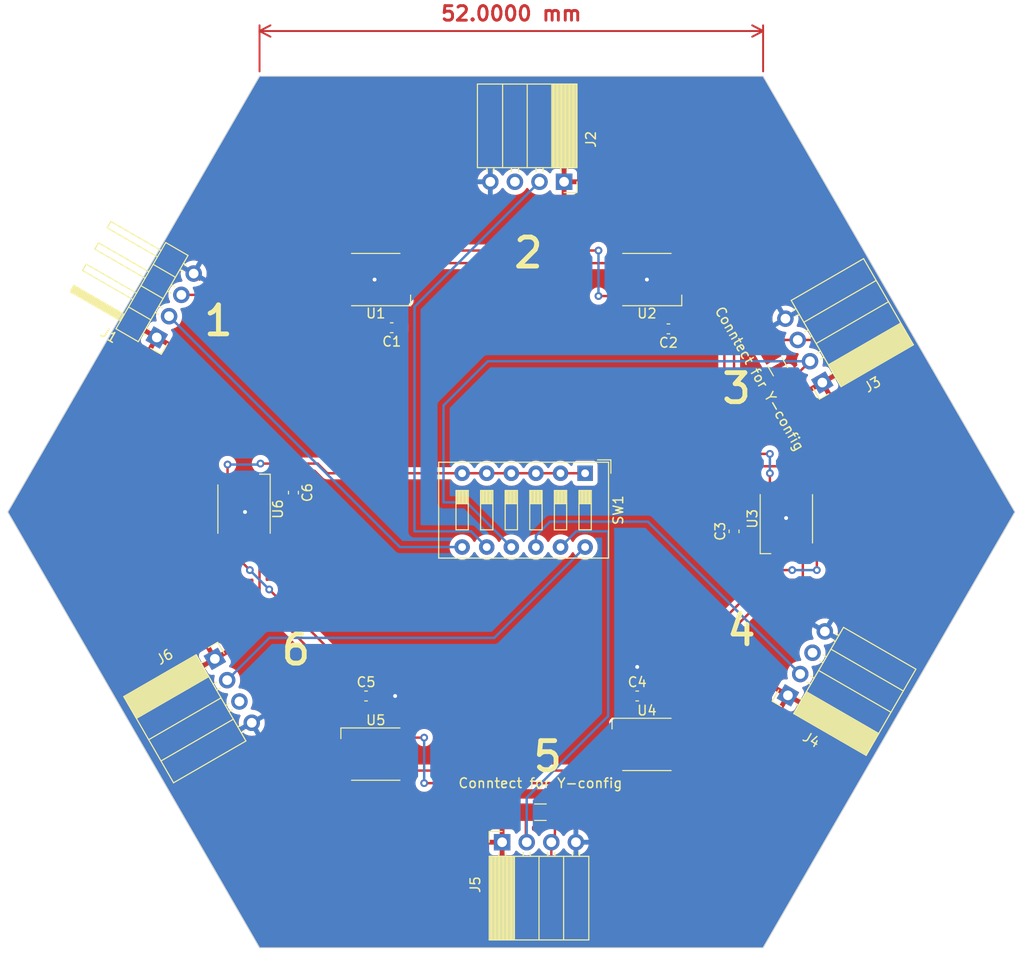
<source format=kicad_pcb>
(kicad_pcb (version 20221018) (generator pcbnew)
  (layers (0 "F.Cu" signal) (31 "B.Cu" signal) (34 "B.Paste" user) (35 "F.Paste" user) (36 "B.SilkS" user "B.Silkscreen") (37 "F.SilkS" user "F.Silkscreen") (38 "B.Mask" user) (39 "F.Mask" user) (44 "Edge.Cuts" user))
  (net 0 "")
  (net 1 "GND")
  (net 2 "+12V")
  (net 3 "Net-(U1-DO)")
  (net 4 "Net-(U1-Vcc)")
  (net 5 "Net-(U2-Vcc)")
  (net 6 "Net-(U3-Vcc)")
  (net 7 "Net-(U4-Vcc)")
  (net 8 "Net-(U5-Vcc)")
  (net 9 "Net-(U6-Vcc)")
  (net 10 "Net-(U2-DO)")
  (net 11 "Net-(U3-DO)")
  (net 12 "Net-(U4-DO)")
  (net 13 "Net-(U5-DO)")
  (net 14 "WS_Output")
  (net 15 "WS_Input")
  (net 16 "Net-(J1-Pin_2)")
  (net 17 "Net-(J2-Pin_2)")
  (net 19 "Net-(J3-Pin_2)")
  (net 20 "Net-(J4-Pin_2)")
  (net 21 "unconnected-(J4-Pin_3-Pad3)")
  (net 22 "Net-(J5-Pin_2)")
  (net 23 "Net-(J6-Pin_2)")
  (footprint "Capacitor_SMD:C_0603_1608Metric" (layer "F.Cu") (at 105.5 74 -90)
    (fp_text reference "C6" (at 0 -1.43 90) (layer "F.SilkS"))
    (fp_text value "100n")
    (pad "1" smd roundrect (at -0.775 0 270) (size 0.9 0.95) (layers "F.Cu" "F.Paste" "F.Mask") (net 9 "Net-(U6-Vcc)"))
    (pad "2" smd roundrect (at 0.775 0 270) (size 0.9 0.95) (layers "F.Cu" "F.Paste" "F.Mask") (net 1 "GND"))
  )
  (footprint "Connector_PinHeader_2.54mm:PinHeader_1x04_P2.54mm_Horizontal" (layer "F.Cu") (at 91.388861 57.978397 150)
    (fp_text reference "J1" (at 4.385 -2.27 150) (layer "F.SilkS"))
    (fp_text value "Conn_01x04")
    (pad "1" thru_hole rect (at 0 0 150) (size 1.7 1.7) (drill 1) (layers "*.Cu" "*.Mask") (net 2 "+12V"))
    (pad "2" thru_hole oval (at 0 2.54 150) (size 1.7 1.7) (drill 1) (layers "*.Cu" "*.Mask") (net 16 "Net-(J1-Pin_2)"))
    (pad "3" thru_hole oval (at 0 5.08 150) (size 1.7 1.7) (drill 1) (layers "*.Cu" "*.Mask") (net 15 "WS_Input"))
    (pad "4" thru_hole oval (at 0 7.62 150) (size 1.7 1.7) (drill 1) (layers "*.Cu" "*.Mask") (net 1 "GND"))
  )
  (footprint "Connector_PinSocket_2.54mm:PinSocket_1x04_P2.54mm_Horizontal" (layer "F.Cu") (at 127.05 110.1 90)
    (fp_text reference "J5" (at -4.38 -2.77 90) (layer "F.SilkS"))
    (fp_text value "Conn_01x04")
    (pad "1" thru_hole rect (at 0 0 90) (size 1.7 1.7) (drill 1) (layers "*.Cu" "*.Mask") (net 2 "+12V"))
    (pad "2" thru_hole oval (at 0 2.54 90) (size 1.7 1.7) (drill 1) (layers "*.Cu" "*.Mask") (net 22 "Net-(J5-Pin_2)"))
    (pad "3" thru_hole oval (at 0 5.08 90) (size 1.7 1.7) (drill 1) (layers "*.Cu" "*.Mask"))
    (pad "4" thru_hole oval (at 0 7.62 90) (size 1.7 1.7) (drill 1) (layers "*.Cu" "*.Mask") (net 1 "GND"))
  )
  (footprint "Resistor_SMD:R_MiniMELF_MMA-0204" (layer "F.Cu") (at 131 107)
    (fp_text reference "Conntect for Y-config" (at 0 -3) (layer "F.SilkS"))
    (fp_text value "R_MiniMELF_MMA-0204" hide)
    (pad "1" smd rect (at -1.5 0) (size 1.5 1.8) (layers "F.Cu" "F.Paste" "F.Mask") (net 22 "Net-(J5-Pin_2)"))
    (pad "2" smd rect (at 1.5 0) (size 1.5 1.8) (layers "F.Cu" "F.Paste" "F.Mask"))
  )
  (footprint "Resistor_SMD:R_MiniMELF_MMA-0204" (layer "F.Cu") (at 155.5 61 120)
    (fp_text reference "Conntect for Y-config" (at -0.133975 -2.232051 120) (layer "F.SilkS"))
    (fp_text value "R_MiniMELF_MMA-0204" hide)
    (pad "1" smd rect (at -1.5 0 120) (size 1.5 1.8) (layers "F.Cu" "F.Paste" "F.Mask") (net 19 "Net-(J3-Pin_2)"))
    (pad "2" smd rect (at 1.5 0 120) (size 1.5 1.8) (layers "F.Cu" "F.Paste" "F.Mask"))
  )
  (footprint "Connector_PinSocket_2.54mm:PinSocket_1x04_P2.54mm_Horizontal" (layer "F.Cu") (at 156.564488 94.934198 150)
    (fp_text reference "J4" (at -4.38 -2.77 150) (layer "F.SilkS"))
    (fp_text value "Conn_01x04")
    (pad "1" thru_hole rect (at 0 0 150) (size 1.7 1.7) (drill 1) (layers "*.Cu" "*.Mask") (net 2 "+12V"))
    (pad "2" thru_hole oval (at 0 2.54 150) (size 1.7 1.7) (drill 1) (layers "*.Cu" "*.Mask") (net 20 "Net-(J4-Pin_2)"))
    (pad "3" thru_hole oval (at 0 5.08 150) (size 1.7 1.7) (drill 1) (layers "*.Cu" "*.Mask"))
    (pad "4" thru_hole oval (at 0 7.62 150) (size 1.7 1.7) (drill 1) (layers "*.Cu" "*.Mask") (net 1 "GND"))
  )
  (footprint "LED_SMD:LED_RGB_5050-6" (layer "F.Cu") (at 114 101)
    (fp_text reference "U5" (at 0 -3.5 180) (layer "F.SilkS"))
    (fp_text value "~")
    (pad "1" smd rect (at -2.4 -1.7 90) (size 1.1 2) (layers "F.Cu" "F.Paste" "F.Mask") (net 8 "Net-(U5-Vcc)"))
    (pad "2" smd rect (at -2.4 0 90) (size 1.1 2) (layers "F.Cu" "F.Paste" "F.Mask") (net 2 "+12V"))
    (pad "3" smd rect (at -2.4 1.7 90) (size 1.1 2) (layers "F.Cu" "F.Paste" "F.Mask") (net 13 "Net-(U5-DO)"))
    (pad "4" smd rect (at 2.4 1.7 90) (size 1.1 2) (layers "F.Cu" "F.Paste" "F.Mask") (net 12 "Net-(U4-DO)"))
    (pad "5" smd rect (at 2.4 0 90) (size 1.1 2) (layers "F.Cu" "F.Paste" "F.Mask") (net 1 "GND"))
    (pad "6" smd rect (at 2.4 -1.7 90) (size 1.1 2) (layers "F.Cu" "F.Paste" "F.Mask") (net 11 "Net-(U3-DO)"))
  )
  (footprint "LED_SMD:LED_RGB_5050-6" (layer "F.Cu") (at 114 52 180)
    (fp_text reference "U1" (at 0 -3.5) (layer "F.SilkS"))
    (fp_text value "~")
    (pad "1" smd rect (at -2.4 -1.7 270) (size 1.1 2) (layers "F.Cu" "F.Paste" "F.Mask") (net 4 "Net-(U1-Vcc)"))
    (pad "2" smd rect (at -2.4 0 270) (size 1.1 2) (layers "F.Cu" "F.Paste" "F.Mask") (net 2 "+12V"))
    (pad "3" smd rect (at -2.4 1.7 270) (size 1.1 2) (layers "F.Cu" "F.Paste" "F.Mask") (net 3 "Net-(U1-DO)"))
    (pad "4" smd rect (at 2.4 1.7 270) (size 1.1 2) (layers "F.Cu" "F.Paste" "F.Mask") (net 15 "WS_Input"))
    (pad "5" smd rect (at 2.4 0 270) (size 1.1 2) (layers "F.Cu" "F.Paste" "F.Mask") (net 1 "GND"))
    (pad "6" smd rect (at 2.4 -1.7 270) (size 1.1 2) (layers "F.Cu" "F.Paste" "F.Mask") (net 1 "GND"))
  )
  (footprint "LED_SMD:LED_RGB_5050-6" (layer "F.Cu") (at 100.4 75.7 -90)
    (fp_text reference "U6" (at 0 -3.5 90) (layer "F.SilkS"))
    (fp_text value "~")
    (pad "1" smd rect (at -2.4 -1.7) (size 1.1 2) (layers "F.Cu" "F.Paste" "F.Mask") (net 9 "Net-(U6-Vcc)"))
    (pad "2" smd rect (at -2.4 0) (size 1.1 2) (layers "F.Cu" "F.Paste" "F.Mask") (net 2 "+12V"))
    (pad "3" smd rect (at -2.4 1.7) (size 1.1 2) (layers "F.Cu" "F.Paste" "F.Mask") (net 14 "WS_Output"))
    (pad "4" smd rect (at 2.4 1.7) (size 1.1 2) (layers "F.Cu" "F.Paste" "F.Mask") (net 13 "Net-(U5-DO)"))
    (pad "5" smd rect (at 2.4 0) (size 1.1 2) (layers "F.Cu" "F.Paste" "F.Mask") (net 1 "GND"))
    (pad "6" smd rect (at 2.4 -1.7) (size 1.1 2) (layers "F.Cu" "F.Paste" "F.Mask") (net 12 "Net-(U4-DO)"))
  )
  (footprint "Capacitor_SMD:C_0603_1608Metric" (layer "F.Cu") (at 115.650053 56.97472 180)
    (fp_text reference "C1" (at 0 -1.43) (layer "F.SilkS"))
    (fp_text value "100n")
    (pad "1" smd roundrect (at -0.775 0 180) (size 0.9 0.95) (layers "F.Cu" "F.Paste" "F.Mask") (net 4 "Net-(U1-Vcc)"))
    (pad "2" smd roundrect (at 0.775 0 180) (size 0.9 0.95) (layers "F.Cu" "F.Paste" "F.Mask") (net 1 "GND"))
  )
  (footprint "Connector_PinSocket_2.54mm:PinSocket_1x04_P2.54mm_Horizontal" (layer "F.Cu") (at 160.114488 62.634198 -150)
    (fp_text reference "J3" (at -4.38 -2.77 30) (layer "F.SilkS"))
    (fp_text value "Conn_01x04")
    (pad "1" thru_hole rect (at 0 0 210) (size 1.7 1.7) (drill 1) (layers "*.Cu" "*.Mask") (net 2 "+12V"))
    (pad "2" thru_hole oval (at 0 2.54 210) (size 1.7 1.7) (drill 1) (layers "*.Cu" "*.Mask") (net 19 "Net-(J3-Pin_2)"))
    (pad "3" thru_hole oval (at 0 5.08 210) (size 1.7 1.7) (drill 1) (layers "*.Cu" "*.Mask"))
    (pad "4" thru_hole oval (at 0 7.62 210) (size 1.7 1.7) (drill 1) (layers "*.Cu" "*.Mask") (net 1 "GND"))
  )
  (footprint "Capacitor_SMD:C_0603_1608Metric" (layer "F.Cu") (at 113 95)
    (fp_text reference "C5" (at 0 -1.43) (layer "F.SilkS"))
    (fp_text value "100n")
    (pad "1" smd roundrect (at -0.775 0) (size 0.9 0.95) (layers "F.Cu" "F.Paste" "F.Mask") (net 8 "Net-(U5-Vcc)"))
    (pad "2" smd roundrect (at 0.775 0) (size 0.9 0.95) (layers "F.Cu" "F.Paste" "F.Mask") (net 1 "GND"))
  )
  (footprint "Button_Switch_THT:SW_DIP_SPSTx06_Slide_9.78x17.42mm_W7.62mm_P2.54mm" (layer "F.Cu") (at 135.62 72 -90)
    (fp_text reference "SW1" (at 3.81 -3.42 90) (layer "F.SilkS"))
    (fp_text value "SW_DIP_x06")
    (pad "1" thru_hole rect (at 0 0 270) (size 1.6 1.6) (drill 0.8) (layers "*.Cu" "*.Mask") (net 14 "WS_Output"))
    (pad "2" thru_hole oval (at 0 2.54 270) (size 1.6 1.6) (drill 0.8) (layers "*.Cu" "*.Mask") (net 14 "WS_Output"))
    (pad "3" thru_hole oval (at 0 5.08 270) (size 1.6 1.6) (drill 0.8) (layers "*.Cu" "*.Mask") (net 14 "WS_Output"))
    (pad "4" thru_hole oval (at 0 7.62 270) (size 1.6 1.6) (drill 0.8) (layers "*.Cu" "*.Mask") (net 14 "WS_Output"))
    (pad "5" thru_hole oval (at 0 10.16 270) (size 1.6 1.6) (drill 0.8) (layers "*.Cu" "*.Mask") (net 14 "WS_Output"))
    (pad "6" thru_hole oval (at 0 12.7 270) (size 1.6 1.6) (drill 0.8) (layers "*.Cu" "*.Mask") (net 14 "WS_Output"))
    (pad "7" thru_hole oval (at 7.62 12.7 270) (size 1.6 1.6) (drill 0.8) (layers "*.Cu" "*.Mask") (net 16 "Net-(J1-Pin_2)"))
    (pad "8" thru_hole oval (at 7.62 10.16 270) (size 1.6 1.6) (drill 0.8) (layers "*.Cu" "*.Mask") (net 17 "Net-(J2-Pin_2)"))
    (pad "9" thru_hole oval (at 7.62 7.62 270) (size 1.6 1.6) (drill 0.8) (layers "*.Cu" "*.Mask") (net 19 "Net-(J3-Pin_2)"))
    (pad "10" thru_hole oval (at 7.62 5.08 270) (size 1.6 1.6) (drill 0.8) (layers "*.Cu" "*.Mask") (net 20 "Net-(J4-Pin_2)"))
    (pad "11" thru_hole oval (at 7.62 2.54 270) (size 1.6 1.6) (drill 0.8) (layers "*.Cu" "*.Mask") (net 22 "Net-(J5-Pin_2)"))
    (pad "12" thru_hole oval (at 7.62 0 270) (size 1.6 1.6) (drill 0.8) (layers "*.Cu" "*.Mask") (net 23 "Net-(J6-Pin_2)"))
  )
  (footprint "Capacitor_SMD:C_0603_1608Metric" (layer "F.Cu") (at 141 95)
    (fp_text reference "C4" (at 0 -1.43) (layer "F.SilkS"))
    (fp_text value "100n")
    (pad "1" smd roundrect (at -0.775 0) (size 0.9 0.95) (layers "F.Cu" "F.Paste" "F.Mask") (net 7 "Net-(U4-Vcc)"))
    (pad "2" smd roundrect (at 0.775 0) (size 0.9 0.95) (layers "F.Cu" "F.Paste" "F.Mask") (net 1 "GND"))
  )
  (footprint "Capacitor_SMD:C_0603_1608Metric" (layer "F.Cu") (at 144.225 57.092394 180)
    (fp_text reference "C2" (at 0 -1.43) (layer "F.SilkS"))
    (fp_text value "100n")
    (pad "1" smd roundrect (at -0.775 0 180) (size 0.9 0.95) (layers "F.Cu" "F.Paste" "F.Mask") (net 5 "Net-(U2-Vcc)"))
    (pad "2" smd roundrect (at 0.775 0 180) (size 0.9 0.95) (layers "F.Cu" "F.Paste" "F.Mask") (net 1 "GND"))
  )
  (footprint "LED_SMD:LED_RGB_5050-6" (layer "F.Cu") (at 156.4 76.7 90)
    (fp_text reference "U3" (at 0 -3.5 90) (layer "F.SilkS"))
    (fp_text value "~")
    (pad "1" smd rect (at -2.4 -1.7 180) (size 1.1 2) (layers "F.Cu" "F.Paste" "F.Mask") (net 6 "Net-(U3-Vcc)"))
    (pad "2" smd rect (at -2.4 0 180) (size 1.1 2) (layers "F.Cu" "F.Paste" "F.Mask") (net 2 "+12V"))
    (pad "3" smd rect (at -2.4 1.7 180) (size 1.1 2) (layers "F.Cu" "F.Paste" "F.Mask") (net 11 "Net-(U3-DO)"))
    (pad "4" smd rect (at 2.4 1.7 180) (size 1.1 2) (layers "F.Cu" "F.Paste" "F.Mask") (net 10 "Net-(U2-DO)"))
    (pad "5" smd rect (at 2.4 0 180) (size 1.1 2) (layers "F.Cu" "F.Paste" "F.Mask") (net 1 "GND"))
    (pad "6" smd rect (at 2.4 -1.7 180) (size 1.1 2) (layers "F.Cu" "F.Paste" "F.Mask") (net 3 "Net-(U1-DO)"))
  )
  (footprint "LED_SMD:LED_RGB_5050-6" (layer "F.Cu") (at 142 52 180)
    (fp_text reference "U2" (at 0 -3.5) (layer "F.SilkS"))
    (fp_text value "~")
    (pad "1" smd rect (at -2.4 -1.7 270) (size 1.1 2) (layers "F.Cu" "F.Paste" "F.Mask") (net 5 "Net-(U2-Vcc)"))
    (pad "2" smd rect (at -2.4 0 270) (size 1.1 2) (layers "F.Cu" "F.Paste" "F.Mask") (net 2 "+12V"))
    (pad "3" smd rect (at -2.4 1.7 270) (size 1.1 2) (layers "F.Cu" "F.Paste" "F.Mask") (net 10 "Net-(U2-DO)"))
    (pad "4" smd rect (at 2.4 1.7 270) (size 1.1 2) (layers "F.Cu" "F.Paste" "F.Mask") (net 3 "Net-(U1-DO)"))
    (pad "5" smd rect (at 2.4 0 270) (size 1.1 2) (layers "F.Cu" "F.Paste" "F.Mask") (net 1 "GND"))
    (pad "6" smd rect (at 2.4 -1.7 270) (size 1.1 2) (layers "F.Cu" "F.Paste" "F.Mask") (net 15 "WS_Input"))
  )
  (footprint "Connector_PinSocket_2.54mm:PinSocket_1x04_P2.54mm_Horizontal" (layer "F.Cu") (at 133.45 41.9 -90)
    (fp_text reference "J2" (at -4.38 -2.77 90) (layer "F.SilkS"))
    (fp_text value "Conn_01x04")
    (pad "1" thru_hole rect (at 0 0 270) (size 1.7 1.7) (drill 1) (layers "*.Cu" "*.Mask") (net 2 "+12V"))
    (pad "2" thru_hole oval (at 0 2.54 270) (size 1.7 1.7) (drill 1) (layers "*.Cu" "*.Mask") (net 17 "Net-(J2-Pin_2)"))
    (pad "3" thru_hole oval (at 0 5.08 270) (size 1.7 1.7) (drill 1) (layers "*.Cu" "*.Mask"))
    (pad "4" thru_hole oval (at 0 7.62 270) (size 1.7 1.7) (drill 1) (layers "*.Cu" "*.Mask") (net 1 "GND"))
  )
  (footprint "Capacitor_SMD:C_0603_1608Metric" (layer "F.Cu") (at 151 78 90)
    (fp_text reference "C3" (at 0 -1.43 90) (layer "F.SilkS"))
    (fp_text value "100n")
    (pad "1" smd roundrect (at -0.775 0 90) (size 0.9 0.95) (layers "F.Cu" "F.Paste" "F.Mask") (net 6 "Net-(U3-Vcc)"))
    (pad "2" smd roundrect (at 0.775 0 90) (size 0.9 0.95) (layers "F.Cu" "F.Paste" "F.Mask") (net 1 "GND"))
  )
  (footprint "Connector_PinSocket_2.54mm:PinSocket_1x04_P2.54mm_Horizontal" (layer "F.Cu") (at 97.385512 91.165802 30)
    (fp_text reference "J6" (at -4.38 -2.77 30) (layer "F.SilkS"))
    (fp_text value "Conn_01x04")
    (pad "1" thru_hole rect (at 0 0 30) (size 1.7 1.7) (drill 1) (layers "*.Cu" "*.Mask") (net 2 "+12V"))
    (pad "2" thru_hole oval (at 0 2.54 30) (size 1.7 1.7) (drill 1) (layers "*.Cu" "*.Mask") (net 23 "Net-(J6-Pin_2)"))
    (pad "3" thru_hole oval (at 0 5.08 30) (size 1.7 1.7) (drill 1) (layers "*.Cu" "*.Mask"))
    (pad "4" thru_hole oval (at 0 7.62 30) (size 1.7 1.7) (drill 1) (layers "*.Cu" "*.Mask") (net 1 "GND"))
  )
  (footprint "LED_SMD:LED_RGB_5050-6" (layer "F.Cu") (at 142 100)
    (fp_text reference "U4" (at 0 -3.5) (layer "F.SilkS"))
    (fp_text value "~")
    (pad "1" smd rect (at -2.4 -1.7 90) (size 1.1 2) (layers "F.Cu" "F.Paste" "F.Mask") (net 7 "Net-(U4-Vcc)"))
    (pad "2" smd rect (at -2.4 0 90) (size 1.1 2) (layers "F.Cu" "F.Paste" "F.Mask") (net 2 "+12V"))
    (pad "3" smd rect (at -2.4 1.7 90) (size 1.1 2) (layers "F.Cu" "F.Paste" "F.Mask") (net 12 "Net-(U4-DO)"))
    (pad "4" smd rect (at 2.4 1.7 90) (size 1.1 2) (layers "F.Cu" "F.Paste" "F.Mask") (net 11 "Net-(U3-DO)"))
    (pad "5" smd rect (at 2.4 0 90) (size 1.1 2) (layers "F.Cu" "F.Paste" "F.Mask") (net 1 "GND"))
    (pad "6" smd rect (at 2.4 -1.7 90) (size 1.1 2) (layers "F.Cu" "F.Paste" "F.Mask") (net 10 "Net-(U2-DO)"))
  )
  (gr_poly (pts (xy 102 31) (xy 154 31) (xy 180 76) (xy 154 121) (xy 102 121) (xy 76 76)) (stroke (width 0.1)) (fill none) (layer "Edge.Cuts"))
  (gr_text "6" (at 104 92) (layer "F.SilkS") (effects (font (size 3 3) (thickness 0.5) bold) (justify left bottom)))
  (gr_text "3" (at 149.5 65) (layer "F.SilkS") (effects (font (size 3 3) (thickness 0.5) bold) (justify left bottom)))
  (gr_text "4" (at 150 90) (layer "F.SilkS") (effects (font (size 3 3) (thickness 0.5) bold) (justify left bottom)))
  (gr_text "2" (at 128 51) (layer "F.SilkS") (effects (font (size 3 3) (thickness 0.5) bold) (justify left bottom)))
  (gr_text "1" (at 96 58) (layer "F.SilkS") (effects (font (size 3 3) (thickness 0.5) bold) (justify left bottom)))
  (gr_text "5" (at 130 103) (layer "F.SilkS") (effects (font (size 3 3) (thickness 0.5) bold) (justify left bottom)))
  (dimension (type aligned) (layer "F.Cu") (pts (xy 102 31) (xy 154 31)) (height -4.665831) (gr_text "52.0000 mm" (at 128 24.534169) (layer "F.Cu") (effects (font (size 1.5 1.5) (thickness 0.3)))) (format (prefix "") (suffix "") (units 3) (units_format 1) (precision 4)) (style (thickness 0.2) (arrow_length 1.27) (text_position_mode 0) (extension_height 0.58642) (extension_offset 0.5) keep_text_aligned))
  (segment (start 164.5 63.5) (end 171 70) (width 0.25) (layer "F.Cu") (net 0))
  (segment (start 159.265211 58.234789) (end 157.574488 58.234789) (width 0.25) (layer "F.Cu") (net 0))
  (segment (start 132.5 109.73) (end 132.13 110.1) (width 0.25) (layer "F.Cu") (net 0))
  (segment (start 160.5 57) (end 164 57) (width 0.25) (layer "F.Cu") (net 0))
  (segment (start 152 114.5) (end 151.5 115) (width 0.25) (layer "F.Cu") (net 0))
  (segment (start 132.13 114.63) (end 132.13 110.1) (width 0.25) (layer "F.Cu") (net 0))
  (segment (start 164.5 57.5) (end 164.5 63.5) (width 0.25) (layer "F.Cu") (net 0))
  (segment (start 160.5 57) (end 159.265211 58.234789) (width 0.25) (layer "F.Cu") (net 0))
  (segment (start 152 105.5) (end 152 114.5) (width 0.25) (layer "F.Cu") (net 0))
  (segment (start 171 70) (end 171 83) (width 0.25) (layer "F.Cu") (net 0))
  (segment (start 162 95.5) (end 152 105.5) (width 0.25) (layer "F.Cu") (net 0))
  (segment (start 171 83) (end 162 92) (width 0.25) (layer "F.Cu") (net 0))
  (segment (start 157.574488 58.234789) (end 156.216173 58.234789) (width 0.25) (layer "F.Cu") (net 0))
  (segment (start 156.216173 58.234789) (end 154.75 59.700962) (width 0.25) (layer "F.Cu") (net 0))
  (segment (start 132.5 115) (end 132.13 114.63) (width 0.25) (layer "F.Cu") (net 0))
  (segment (start 162 92) (end 162 95.5) (width 0.25) (layer "F.Cu") (net 0))
  (segment (start 164 57) (end 164.5 57.5) (width 0.25) (layer "F.Cu") (net 0))
  (segment (start 132.5 107) (end 132.5 109.73) (width 0.25) (layer "F.Cu") (net 0))
  (segment (start 151.5 115) (end 132.5 115) (width 0.25) (layer "F.Cu") (net 0))
  (segment (start 100.5 76) (end 105 76) (width 0.25) (layer "F.Cu") (net 1))
  (segment (start 116 95) (end 113.775 95) (width 0.25) (layer "F.Cu") (net 1))
  (segment (start 139.6 52) (end 142 52) (width 0.25) (layer "F.Cu") (net 1))
  (segment (start 116.4 101) (end 115 101) (width 0.25) (layer "F.Cu") (net 1))
  (segment (start 156.4 76.6) (end 156.375 76.625) (width 0.25) (layer "F.Cu") (net 1))
  (segment (start 141.775 95) (end 141.775 92.775) (width 0.25) (layer "F.Cu") (net 1))
  (segment (start 141 92) (end 141.775 92.775) (width 0.25) (layer "F.Cu") (net 1))
  (segment (start 156.4 74.3) (end 156.4 76.6) (width 0.25) (layer "F.Cu") (net 1))
  (segment (start 144.4 100) (end 143 100) (width 0.25) (layer "F.Cu") (net 1))
  (segment (start 115 101) (end 113.775 99.775) (width 0.25) (layer "F.Cu") (net 1))
  (segment (start 142.092394 57.092394) (end 142 57) (width 0.25) (layer "F.Cu") (net 1))
  (segment (start 141.775 98.775) (end 141.775 95) (width 0.25) (layer "F.Cu") (net 1))
  (segment (start 114.875053 56.97472) (end 113.949824 56.97472) (width 0.25) (layer "F.Cu") (net 1))
  (segment (start 113.879683 53.678072) (end 113.879683 56.904579) (width 0.25) (layer "F.Cu") (net 1))
  (segment (start 156.375 76.625) (end 155.775 77.225) (width 0.25) (layer "F.Cu") (net 1))
  (segment (start 105.5 75.5) (end 105.5 74.775) (width 0.25) (layer "F.Cu") (net 1))
  (segment (start 105 76) (end 105.5 75.5) (width 0.25) (layer "F.Cu") (net 1))
  (segment (start 113.879683 52) (end 113.879683 53.678072) (width 0.25) (layer "F.Cu") (net 1))
  (segment (start 100.4 76.1) (end 100.5 76) (width 0.25) (layer "F.Cu") (net 1))
  (segment (start 143.45 57.092394) (end 142.092394 57.092394) (width 0.25) (layer "F.Cu") (net 1))
  (segment (start 111.6 52) (end 113.879683 52) (width 0.25) (layer "F.Cu") (net 1))
  (segment (start 155.775 77.225) (end 151 77.225) (width 0.25) (layer "F.Cu") (net 1))
  (segment (start 142 52) (end 142 57) (width 0.25) (layer "F.Cu") (net 1))
  (segment (start 100.4 78.1) (end 100.4 76.1) (width 0.25) (layer "F.Cu") (net 1))
  (segment (start 113.949824 56.97472) (end 113.879683 56.904579) (width 0.25) (layer "F.Cu") (net 1))
  (segment (start 113.857755 53.7) (end 113.879683 53.678072) (width 0.25) (layer "F.Cu") (net 1))
  (segment (start 113.775 99.775) (end 113.775 95) (width 0.25) (layer "F.Cu") (net 1))
  (segment (start 111.6 53.7) (end 113.857755 53.7) (width 0.25) (layer "F.Cu") (net 1))
  (segment (start 143 100) (end 141.775 98.775) (width 0.25) (layer "F.Cu") (net 1))
  (segment (start 95.819578 52) (end 95.198861 51.379283) (width 0.25) (layer "F.Cu") (net 1))
  (via (at 100.5 76) (size 0.8) (drill 0.4) (layers "F.Cu" "B.Cu") (net 1))
  (via (at 156.375 76.625) (size 0.8) (drill 0.4) (layers "F.Cu" "B.Cu") (net 1))
  (via (at 113.879683 52) (size 0.8) (drill 0.4) (layers "F.Cu" "B.Cu") (net 1))
  (via (at 141 92) (size 0.8) (drill 0.4) (layers "F.Cu" "B.Cu") (net 1))
  (via (at 142 52) (size 0.8) (drill 0.4) (layers "F.Cu" "B.Cu") (net 1))
  (via (at 116 95) (size 0.8) (drill 0.4) (layers "F.Cu" "B.Cu") (net 1))
  (segment (start 130 64) (end 141 64) (width 0.25) (layer "F.Cu") (net 2))
  (segment (start 139.6 100) (end 137 100) (width 0.25) (layer "F.Cu") (net 2))
  (segment (start 110 93) (end 115 88) (width 0.25) (layer "F.Cu") (net 2))
  (segment (start 141 81) (end 141 64) (width 0.25) (layer "F.Cu") (net 2))
  (segment (start 141 83) (end 141 81) (width 0.25) (layer "F.Cu") (net 2))
  (segment (start 103 67) (end 127 67) (width 0.25) (layer "F.Cu") (net 2))
  (segment (start 136 99) (end 136 88) (width 0.25) (layer "F.Cu") (net 2))
  (segment (start 149 63) (end 149 56) (width 0.25) (layer "F.Cu") (net 2))
  (segment (start 145 52) (end 144.4 52) (width 0.25) (layer "F.Cu") (net 2))
  (segment (start 156 81) (end 141 81) (width 0.25) (layer "F.Cu") (net 2))
  (segment (start 111.6 101) (end 111 101) (width 0.25) (layer "F.Cu") (net 2))
  (segment (start 110 100) (end 110 93) (width 0.25) (layer "F.Cu") (net 2))
  (segment (start 148 64) (end 149 63) (width 0.25) (layer "F.Cu") (net 2))
  (segment (start 111 101) (end 110 100) (width 0.25) (layer "F.Cu") (net 2))
  (segment (start 156.4 80.6) (end 156 81) (width 0.25) (layer "F.Cu") (net 2))
  (segment (start 116.4 52) (end 118 52) (width 0.25) (layer "F.Cu") (net 2))
  (segment (start 115 88) (end 136 88) (width 0.25) (layer "F.Cu") (net 2))
  (segment (start 149 56) (end 145 52) (width 0.25) (layer "F.Cu") (net 2))
  (segment (start 156.4 79.1) (end 156.4 80.6) (width 0.25) (layer "F.Cu") (net 2))
  (segment (start 137 100) (end 136 99) (width 0.25) (layer "F.Cu") (net 2))
  (segment (start 100.4 69.6) (end 103 67) (width 0.25) (layer "F.Cu") (net 2))
  (segment (start 141 64) (end 148 64) (width 0.25) (layer "F.Cu") (net 2))
  (segment (start 136 88) (end 141 83) (width 0.25) (layer "F.Cu") (net 2))
  (segment (start 127 67) (end 130 64) (width 0.25) (layer "F.Cu") (net 2))
  (segment (start 100.4 73.3) (end 100.4 69.6) (width 0.25) (layer "F.Cu") (net 2))
  (segment (start 118 52) (end 130 64) (width 0.25) (layer "F.Cu") (net 2))
  (segment (start 154.7 70) (end 152 70) (width 0.25) (layer "F.Cu") (net 3))
  (segment (start 151 69) (end 151 54.7) (width 0.25) (layer "F.Cu") (net 3))
  (segment (start 140.9 49) (end 144 49) (width 0.25) (layer "F.Cu") (net 3))
  (segment (start 116.4 50.3) (end 139.6 50.3) (width 0.25) (layer "F.Cu") (net 3))
  (segment (start 151 54.7) (end 150.15 53.85) (width 0.25) (layer "F.Cu") (net 3))
  (segment (start 154.7 74.3) (end 154.7 72) (width 0.25) (layer "F.Cu") (net 3))
  (segment (start 139.6 50.3) (end 140.9 49) (width 0.25) (layer "F.Cu") (net 3))
  (segment (start 144 49) (end 145.3 49) (width 0.25) (layer "F.Cu") (net 3))
  (segment (start 145.3 49) (end 150.15 53.85) (width 0.25) (layer "F.Cu") (net 3))
  (segment (start 152 70) (end 151 69) (width 0.25) (layer "F.Cu") (net 3))
  (via (at 154.7 70) (size 0.8) (drill 0.4) (layers "F.Cu" "B.Cu") (net 3))
  (via (at 154.7 72) (size 0.8) (drill 0.4) (layers "F.Cu" "B.Cu") (net 3))
  (segment (start 154.7 72) (end 154.7 70) (width 0.25) (layer "B.Cu") (net 3))
  (segment (start 116.4 56.949667) (end 116.425053 56.97472) (width 0.25) (layer "F.Cu") (net 4))
  (segment (start 116.4 53.7) (end 116.4 56.949667) (width 0.25) (layer "F.Cu") (net 4))
  (segment (start 145 57.092394) (end 145 54.3) (width 0.25) (layer "F.Cu") (net 5))
  (segment (start 145 54.3) (end 144.4 53.7) (width 0.25) (layer "F.Cu") (net 5))
  (segment (start 151 78.775) (end 154.375 78.775) (width 0.25) (layer "F.Cu") (net 6))
  (segment (start 154.375 78.775) (end 154.7 79.1) (width 0.25) (layer "F.Cu") (net 6))
  (segment (start 140.225 95) (end 140.225 97.675) (width 0.25) (layer "F.Cu") (net 7))
  (segment (start 140.225 97.675) (end 139.6 98.3) (width 0.25) (layer "F.Cu") (net 7))
  (segment (start 140.225 95) (end 140 95) (width 0.25) (layer "F.Cu") (net 7))
  (segment (start 112.225 95) (end 112.225 98.675) (width 0.25) (layer "F.Cu") (net 8))
  (segment (start 112.225 98.675) (end 111.6 99.3) (width 0.25) (layer "F.Cu") (net 8))
  (segment (start 105.5 73.225) (end 102.175 73.225) (width 0.25) (layer "F.Cu") (net 9))
  (segment (start 102.175 73.225) (end 102.1 73.3) (width 0.25) (layer "F.Cu") (net 9))
  (segment (start 159.55 82) (end 159.55 75.75) (width 0.25) (layer "F.Cu") (net 10))
  (segment (start 159.55 75.75) (end 158.1 74.3) (width 0.25) (layer "F.Cu") (net 10))
  (segment (start 144.7 98.3) (end 144.4 98.3) (width 0.25) (layer "F.Cu") (net 10))
  (segment (start 157.375 71.275) (end 158.1 72) (width 0.25) (layer "F.Cu") (net 10))
  (segment (start 150 55.45) (end 150 70) (width 0.25) (layer "F.Cu") (net 10))
  (segment (start 144.4 92.6) (end 144.4 98.3) (width 0.25) (layer "F.Cu") (net 10))
  (segment (start 144.85 50.3) (end 150 55.45) (width 0.25) (layer "F.Cu") (net 10))
  (segment (start 155 82) (end 144.4 92.6) (width 0.25) (layer "F.Cu") (net 10))
  (segment (start 158.1 72) (end 158.1 74.3) (width 0.25) (layer "F.Cu") (net 10))
  (segment (start 151.275 71.275) (end 157.375 71.275) (width 0.25) (layer "F.Cu") (net 10))
  (segment (start 144.4 50.3) (end 144.85 50.3) (width 0.25) (layer "F.Cu") (net 10))
  (segment (start 150 70) (end 151.275 71.275) (width 0.25) (layer "F.Cu") (net 10))
  (segment (start 157 82) (end 155 82) (width 0.25) (layer "F.Cu") (net 10))
  (via (at 157 82) (size 0.8) (drill 0.4) (layers "F.Cu" "B.Cu") (net 10))
  (via (at 159.55 82) (size 0.8) (drill 0.4) (layers "F.Cu" "B.Cu") (net 10))
  (segment (start 157 82) (end 159.55 82) (width 0.25) (layer "B.Cu") (net 10))
  (segment (start 147 99.55) (end 147 92) (width 0.25) (layer "F.Cu") (net 11))
  (segment (start 147 92) (end 156 83) (width 0.25) (layer "F.Cu") (net 11))
  (segment (start 144.85 101.7) (end 147 99.55) (width 0.25) (layer "F.Cu") (net 11))
  (segment (start 144.4 101.7) (end 144.85 101.7) (width 0.25) (layer "F.Cu") (net 11))
  (segment (start 158.1 83) (end 158.1 79.1) (width 0.25) (layer "F.Cu") (net 11))
  (segment (start 156 83) (end 158.1 83) (width 0.25) (layer "F.Cu") (net 11))
  (segment (start 144.4 103.6) (end 144.4 101.7) (width 0.25) (layer "F.Cu") (net 11))
  (segment (start 119 104) (end 144 104) (width 0.25) (layer "F.Cu") (net 11))
  (segment (start 144 104) (end 144.4 103.6) (width 0.25) (layer "F.Cu") (net 11))
  (segment (start 119 99.3) (end 116.4 99.3) (width 0.25) (layer "F.Cu") (net 11))
  (via (at 119 99.3) (size 0.8) (drill 0.4) (layers "F.Cu" "B.Cu") (net 11))
  (via (at 119 104) (size 0.8) (drill 0.4) (layers "F.Cu" "B.Cu") (net 11))
  (segment (start 119 99.3) (end 119 104) (width 0.25) (layer "B.Cu") (net 11))
  (segment (start 102 85) (end 102 84) (width 0.25) (layer "F.Cu") (net 12))
  (segment (start 139.6 101.7) (end 138.6 102.7) (width 0.25) (layer "F.Cu") (net 12))
  (segment (start 108 91) (end 102 85) (width 0.25) (layer "F.Cu") (net 12))
  (segment (start 102 84) (end 102 78.2) (width 0.25) (layer "F.Cu") (net 12))
  (segment (start 116.4 104) (end 116.4 102.7) (width 0.25) (layer "F.Cu") (net 12))
  (segment (start 102 78.2) (end 102.1 78.1) (width 0.25) (layer "F.Cu") (net 12))
  (segment (start 108 102) (end 108 91) (width 0.25) (layer "F.Cu") (net 12))
  (segment (start 110 104) (end 108 102) (width 0.25) (layer "F.Cu") (net 12))
  (segment (start 138.6 102.7) (end 116.4 102.7) (width 0.25) (layer "F.Cu") (net 12))
  (segment (start 116.4 104) (end 110 104) (width 0.25) (layer "F.Cu") (net 12))
  (segment (start 111.6 102.7) (end 111.15 102.7) (width 0.25) (layer "F.Cu") (net 13))
  (segment (start 111.15 102.7) (end 109 100.55) (width 0.25) (layer "F.Cu") (net 13))
  (segment (start 109 90) (end 103 84) (width 0.25) (layer "F.Cu") (net 13))
  (segment (start 98.7 79.7) (end 98.7 78.1) (width 0.25) (layer "F.Cu") (net 13))
  (segment (start 109 100.55) (end 109 90) (width 0.25) (layer "F.Cu") (net 13))
  (segment (start 101 82) (end 98.7 79.7) (width 0.25) (layer "F.Cu") (net 13))
  (via (at 101 82) (size 0.8) (drill 0.4) (layers "F.Cu" "B.Cu") (net 13))
  (via (at 103 84) (size 0.8) (drill 0.4) (layers "F.Cu" "B.Cu") (net 13))
  (segment (start 101 82) (end 103 84) (width 0.25) (layer "B.Cu") (net 13))
  (segment (start 102.1 71) (end 108 71) (width 0.25) (layer "F.Cu") (net 14))
  (segment (start 98.7 71.1) (end 98.7 73.3) (width 0.25) (layer "F.Cu") (net 14))
  (segment (start 98.7 71) (end 98.7 71.1) (width 0.25) (layer "F.Cu") (net 14))
  (segment (start 109 72) (end 108 71) (width 0.25) (layer "F.Cu") (net 14))
  (segment (start 135.62 72) (end 109 72) (width 0.25) (layer "F.Cu") (net 14))
  (via (at 102.1 71) (size 0.8) (drill 0.4) (layers "F.Cu" "B.Cu") (net 14))
  (via (at 98.7 71.1) (size 0.8) (drill 0.4) (layers "F.Cu" "B.Cu") (net 14))
  (segment (start 98.7 71.1) (end 102 71.1) (width 0.25) (layer "B.Cu") (net 14))
  (segment (start 102 71.1) (end 102.1 71) (width 0.25) (layer "B.Cu") (net 14))
  (segment (start 137 53.7) (end 139.6 53.7) (width 0.25) (layer "F.Cu") (net 15))
  (segment (start 137 49) (end 112.9 49) (width 0.25) (layer "F.Cu") (net 15))
  (segment (start 105.5 50.3) (end 111.6 50.3) (width 0.25) (layer "F.Cu") (net 15))
  (segment (start 112.9 49) (end 111.6 50.3) (width 0.25) (layer "F.Cu") (net 15))
  (segment (start 102.221012 53.578988) (end 105.5 50.3) (width 0.25) (layer "F.Cu") (net 15))
  (segment (start 93.928861 53.578988) (end 102.221012 53.578988) (width 0.25) (layer "F.Cu") (net 15))
  (via (at 137 49) (size 0.8) (drill 0.4) (layers "F.Cu" "B.Cu") (net 15))
  (via (at 137 53.7) (size 0.8) (drill 0.4) (layers "F.Cu" "B.Cu") (net 15))
  (segment (start 137 49) (end 137 53.7) (width 0.25) (layer "B.Cu") (net 15))
  (segment (start 122.92 79.62) (end 116.500169 79.62) (width 0.25) (layer "B.Cu") (net 16))
  (segment (start 116.500169 79.62) (end 92.658861 55.778692) (width 0.25) (layer "B.Cu") (net 16))
  (segment (start 118 54.81) (end 130.91 41.9) (width 0.25) (layer "B.Cu") (net 17))
  (segment (start 123.84 78) (end 118 78) (width 0.25) (layer "B.Cu") (net 17))
  (segment (start 118 78) (end 118 54.81) (width 0.25) (layer "B.Cu") (net 17))
  (segment (start 125.46 79.62) (end 123.84 78) (width 0.25) (layer "B.Cu") (net 17))
  (segment (start 158.844488 60.434493) (end 156.979943 62.299038) (width 0.25) (layer "F.Cu") (net 19))
  (segment (start 156.979943 62.299038) (end 156.25 62.299038) (width 0.25) (layer "F.Cu") (net 19))
  (segment (start 125.565507 60.434493) (end 124 62) (width 0.25) (layer "B.Cu") (net 19))
  (segment (start 128 79.62) (end 123.38 75) (width 0.25) (layer "B.Cu") (net 19))
  (segment (start 121 65) (end 124 62) (width 0.25) (layer "B.Cu") (net 19))
  (segment (start 121 75) (end 121 65) (width 0.25) (layer "B.Cu") (net 19))
  (segment (start 123.38 75) (end 121 75) (width 0.25) (layer "B.Cu") (net 19))
  (segment (start 158.844488 60.434493) (end 125.565507 60.434493) (width 0.25) (layer "B.Cu") (net 19))
  (segment (start 142.099995 77) (end 157.834488 92.734493) (width 0.25) (layer "B.Cu") (net 20))
  (segment (start 130.54 78.46) (end 132 77) (width 0.25) (layer "B.Cu") (net 20))
  (segment (start 132 77) (end 142.099995 77) (width 0.25) (layer "B.Cu") (net 20))
  (segment (start 130.54 79.62) (end 130.54 78.46) (width 0.25) (layer "B.Cu") (net 20))
  (segment (start 158.583827 90.534789) (end 159.104488 90.534789) (width 0.25) (layer "F.Cu") (net 21))
  (segment (start 129.5 110.01) (end 129.59 110.1) (width 0.25) (layer "F.Cu") (net 22))
  (segment (start 129.5 107) (end 129.5 110.01) (width 0.25) (layer "F.Cu") (net 22))
  (segment (start 129.59 105.49) (end 129.59 110.1) (width 0.25) (layer "B.Cu") (net 22))
  (segment (start 134.7 78) (end 138 78) (width 0.25) (layer "B.Cu") (net 22))
  (segment (start 138 97.08) (end 129.59 105.49) (width 0.25) (layer "B.Cu") (net 22))
  (segment (start 138 78) (end 138 97.08) (width 0.25) (layer "B.Cu") (net 22))
  (segment (start 133.08 79.62) (end 134.7 78) (width 0.25) (layer "B.Cu") (net 22))
  (segment (start 103 89) (end 126.24 89) (width 0.25) (layer "B.Cu") (net 23))
  (segment (start 98.655512 93.365507) (end 103 89.021019) (width 0.25) (layer "B.Cu") (net 23))
  (segment (start 103 89.021019) (end 103 89) (width 0.25) (layer "B.Cu") (net 23))
  (segment (start 126.24 89) (end 135.62 79.62) (width 0.25) (layer "B.Cu") (net 23))
  (zone (net 2) (net_name "+12V") (layer "F.Cu") (priority 1) (connect_pads (clearance 0.5)) (min_thickness 0.25) (fill yes (thermal_gap 0.5) (thermal_bridge_width 0.5))
    (polygon (pts (xy 102 31) (xy 154 31) (xy 180 76) (xy 154 121) (xy 102 121) (xy 76 76)))
  )
  (zone (net 1) (net_name "GND") (layer "B.Cu") (connect_pads (clearance 0.5)) (min_thickness 0.25) (fill yes (thermal_gap 0.5) (thermal_bridge_width 0.5))
    (polygon (pts (xy 102 31) (xy 154 31) (xy 180 76) (xy 154 121) (xy 102 121) (xy 76 76)))
  )
)
</source>
